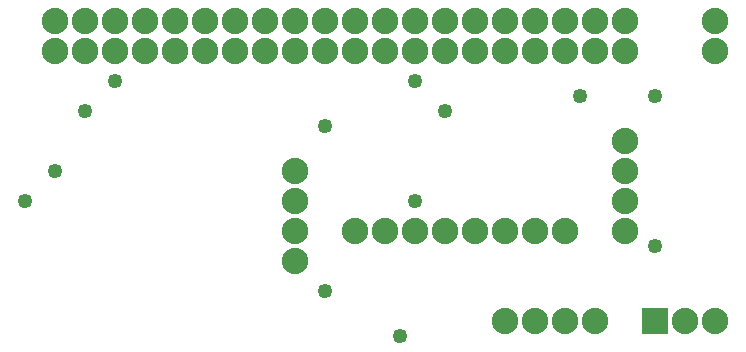
<source format=gbs>
G04 MADE WITH FRITZING*
G04 WWW.FRITZING.ORG*
G04 DOUBLE SIDED*
G04 HOLES PLATED*
G04 CONTOUR ON CENTER OF CONTOUR VECTOR*
%ASAXBY*%
%FSLAX23Y23*%
%MOIN*%
%OFA0B0*%
%SFA1.0B1.0*%
%ADD10C,0.088000*%
%ADD11C,0.049370*%
%ADD12R,0.088000X0.088000*%
%LNMASK0*%
G90*
G70*
G54D10*
X2398Y1039D03*
X2398Y1139D03*
X1798Y139D03*
X1698Y139D03*
X1998Y139D03*
X1898Y139D03*
X998Y639D03*
X998Y539D03*
X998Y439D03*
X998Y339D03*
X1198Y439D03*
X1298Y439D03*
X1398Y439D03*
X1498Y439D03*
X1598Y439D03*
X1698Y439D03*
X1798Y439D03*
X1898Y439D03*
X2098Y739D03*
X2098Y639D03*
X2098Y539D03*
X2098Y439D03*
X198Y1139D03*
X198Y1039D03*
X1598Y1139D03*
X1598Y1039D03*
X1398Y1139D03*
X1398Y1039D03*
X1698Y1139D03*
X1698Y1039D03*
X1498Y1139D03*
X1498Y1039D03*
X1798Y1139D03*
X1798Y1039D03*
X1298Y1139D03*
X1298Y1039D03*
X1998Y1139D03*
X1998Y1039D03*
X1898Y1139D03*
X1898Y1039D03*
X2098Y1139D03*
X2098Y1039D03*
X598Y1139D03*
X598Y1039D03*
X698Y1139D03*
X698Y1039D03*
X498Y1139D03*
X498Y1039D03*
X298Y1139D03*
X298Y1039D03*
X398Y1139D03*
X398Y1039D03*
X1198Y1139D03*
X1198Y1039D03*
X1098Y1139D03*
X1098Y1039D03*
X998Y1139D03*
X998Y1039D03*
X798Y1139D03*
X798Y1039D03*
X898Y1139D03*
X898Y1039D03*
X2198Y139D03*
X2298Y139D03*
X2398Y139D03*
G54D11*
X298Y839D03*
X1498Y839D03*
X397Y939D03*
X1398Y939D03*
X98Y539D03*
X1399Y540D03*
X1098Y789D03*
X1099Y239D03*
X2198Y888D03*
X2198Y389D03*
X197Y639D03*
X1948Y888D03*
X1348Y89D03*
G54D12*
X2198Y139D03*
G04 End of Mask0*
M02*
</source>
